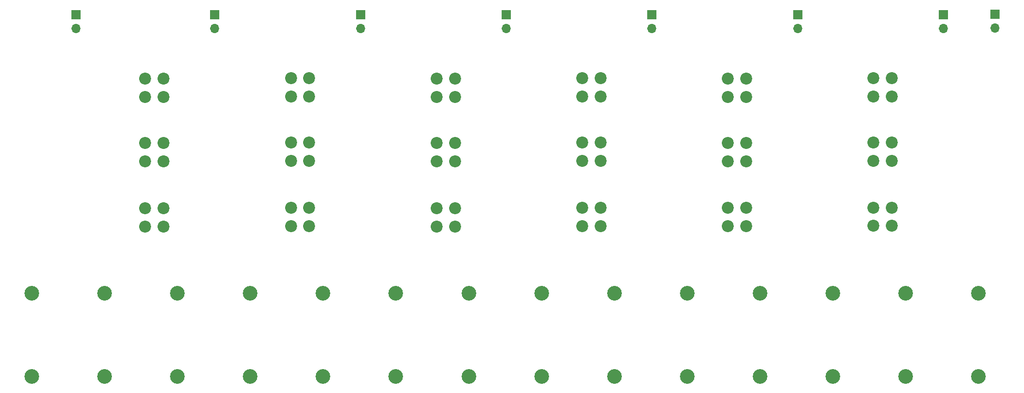
<source format=gbr>
%TF.GenerationSoftware,KiCad,Pcbnew,(6.0.1)*%
%TF.CreationDate,2023-09-19T13:45:29-05:00*%
%TF.ProjectId,TestMotherboard,54657374-4d6f-4746-9865-72626f617264,rev?*%
%TF.SameCoordinates,Original*%
%TF.FileFunction,Soldermask,Bot*%
%TF.FilePolarity,Negative*%
%FSLAX46Y46*%
G04 Gerber Fmt 4.6, Leading zero omitted, Abs format (unit mm)*
G04 Created by KiCad (PCBNEW (6.0.1)) date 2023-09-19 13:45:29*
%MOMM*%
%LPD*%
G01*
G04 APERTURE LIST*
%ADD10C,2.200000*%
%ADD11R,1.700000X1.700000*%
%ADD12O,1.700000X1.700000*%
%ADD13C,2.700000*%
G04 APERTURE END LIST*
D10*
%TO.C,J17*%
X204978000Y-70343000D03*
X204978000Y-73713000D03*
X201608000Y-73713000D03*
X201608000Y-70343000D03*
%TD*%
%TO.C,J16*%
X204978000Y-82193000D03*
X204978000Y-85563000D03*
X201608000Y-85563000D03*
X201608000Y-82193000D03*
%TD*%
%TO.C,J15*%
X204978000Y-94193000D03*
X204978000Y-97563000D03*
X201608000Y-97563000D03*
X201608000Y-94193000D03*
%TD*%
%TO.C,J18*%
X178206400Y-94274000D03*
X178206400Y-97644000D03*
X174836400Y-97644000D03*
X174836400Y-94274000D03*
%TD*%
%TO.C,J19*%
X178206400Y-82274000D03*
X178206400Y-85644000D03*
X174836400Y-85644000D03*
X174836400Y-82274000D03*
%TD*%
%TO.C,J20*%
X178206400Y-70424000D03*
X178206400Y-73794000D03*
X174836400Y-73794000D03*
X174836400Y-70424000D03*
%TD*%
%TO.C,J22*%
X151434800Y-82220000D03*
X151434800Y-85590000D03*
X148064800Y-85590000D03*
X148064800Y-82220000D03*
%TD*%
%TO.C,J21*%
X151434800Y-94220000D03*
X151434800Y-97590000D03*
X148064800Y-97590000D03*
X148064800Y-94220000D03*
%TD*%
%TO.C,J23*%
X151434800Y-70370000D03*
X151434800Y-73740000D03*
X148064800Y-73740000D03*
X148064800Y-70370000D03*
%TD*%
%TO.C,J24*%
X124663200Y-94301000D03*
X124663200Y-97671000D03*
X121293200Y-97671000D03*
X121293200Y-94301000D03*
%TD*%
%TO.C,J25*%
X124663200Y-82301000D03*
X124663200Y-85671000D03*
X121293200Y-85671000D03*
X121293200Y-82301000D03*
%TD*%
%TO.C,J26*%
X124663200Y-70451000D03*
X124663200Y-73821000D03*
X121293200Y-73821000D03*
X121293200Y-70451000D03*
%TD*%
%TO.C,J27*%
X97891600Y-94247000D03*
X97891600Y-97617000D03*
X94521600Y-97617000D03*
X94521600Y-94247000D03*
%TD*%
%TO.C,J28*%
X97891600Y-82247000D03*
X97891600Y-85617000D03*
X94521600Y-85617000D03*
X94521600Y-82247000D03*
%TD*%
%TO.C,J29*%
X97891600Y-70397000D03*
X97891600Y-73767000D03*
X94521600Y-73767000D03*
X94521600Y-70397000D03*
%TD*%
%TO.C,J30*%
X71120000Y-94328000D03*
X71120000Y-97698000D03*
X67750000Y-97698000D03*
X67750000Y-94328000D03*
%TD*%
%TO.C,J31*%
X71120000Y-82328000D03*
X71120000Y-85698000D03*
X67750000Y-85698000D03*
X67750000Y-82328000D03*
%TD*%
%TO.C,J32*%
X71120000Y-70478000D03*
X71120000Y-73848000D03*
X67750000Y-73848000D03*
X67750000Y-70478000D03*
%TD*%
D11*
%TO.C,J40*%
X55000000Y-58674000D03*
D12*
X55000000Y-61214000D03*
%TD*%
D11*
%TO.C,J34*%
X187685750Y-58674000D03*
D12*
X187685750Y-61214000D03*
%TD*%
D11*
%TO.C,J35*%
X160895250Y-58674000D03*
D12*
X160895250Y-61214000D03*
%TD*%
D11*
%TO.C,J36*%
X134104750Y-58674000D03*
D12*
X134104750Y-61214000D03*
%TD*%
D11*
%TO.C,J39*%
X223940250Y-58552000D03*
D12*
X223940250Y-61092000D03*
%TD*%
D13*
%TO.C,J3*%
X194134554Y-109982000D03*
X194134554Y-125282000D03*
%TD*%
%TO.C,J7*%
X140588402Y-125282000D03*
X140588402Y-109982000D03*
%TD*%
%TO.C,J1*%
X220907630Y-109982000D03*
X220907630Y-125282000D03*
%TD*%
%TO.C,J12*%
X73655712Y-109982000D03*
X73655712Y-125282000D03*
%TD*%
%TO.C,J5*%
X167361478Y-109982000D03*
X167361478Y-125282000D03*
%TD*%
D11*
%TO.C,J37*%
X107314250Y-58674000D03*
D12*
X107314250Y-61214000D03*
%TD*%
D13*
%TO.C,J10*%
X100428788Y-125282000D03*
X100428788Y-109982000D03*
%TD*%
%TO.C,J4*%
X180748016Y-109982000D03*
X180748016Y-125282000D03*
%TD*%
%TO.C,J2*%
X207521092Y-125282000D03*
X207521092Y-109982000D03*
%TD*%
%TO.C,J6*%
X153974940Y-125282000D03*
X153974940Y-109982000D03*
%TD*%
%TO.C,J8*%
X127201864Y-109982000D03*
X127201864Y-125282000D03*
%TD*%
D11*
%TO.C,J38*%
X80523750Y-58674000D03*
D12*
X80523750Y-61214000D03*
%TD*%
D13*
%TO.C,J9*%
X113815326Y-109982000D03*
X113815326Y-125282000D03*
%TD*%
%TO.C,J13*%
X60269174Y-109982000D03*
X60269174Y-125282000D03*
%TD*%
%TO.C,J14*%
X46882630Y-109982000D03*
X46882630Y-125282000D03*
%TD*%
%TO.C,J11*%
X87042250Y-109982000D03*
X87042250Y-125282000D03*
%TD*%
D11*
%TO.C,J33*%
X214476250Y-58674000D03*
D12*
X214476250Y-61214000D03*
%TD*%
M02*

</source>
